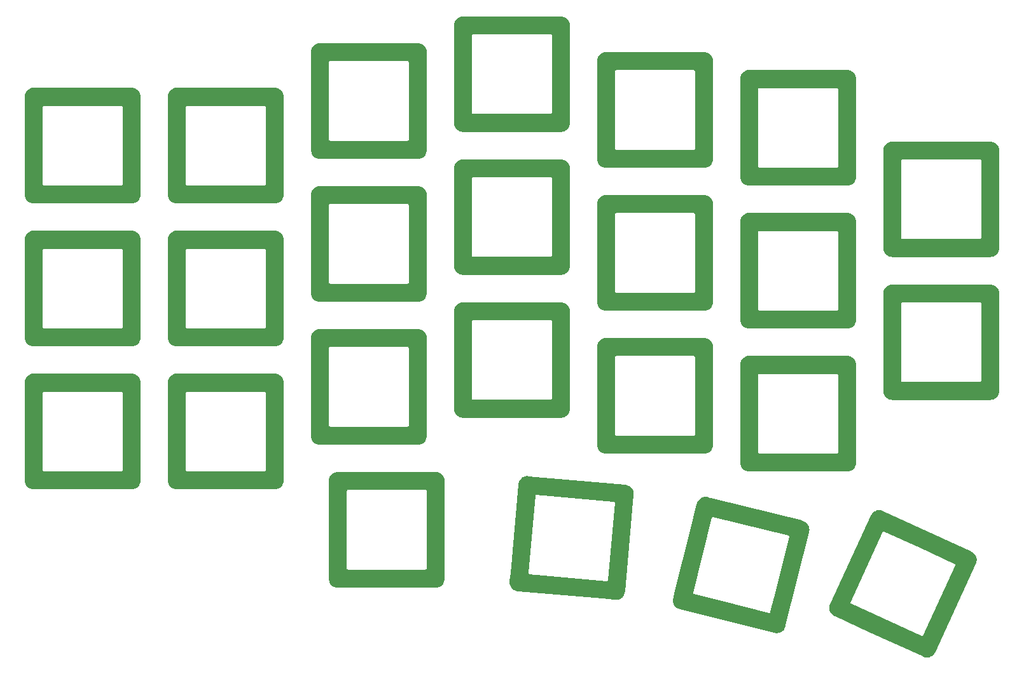
<source format=gbs>
G04 #@! TF.GenerationSoftware,KiCad,Pcbnew,(5.1.4)-1*
G04 #@! TF.CreationDate,2020-07-05T23:15:41+09:00*
G04 #@! TF.ProjectId,pcb-plate,7063622d-706c-4617-9465-2e6b69636164,rev?*
G04 #@! TF.SameCoordinates,PX2faf080PY2faf080*
G04 #@! TF.FileFunction,Soldermask,Bot*
G04 #@! TF.FilePolarity,Negative*
%FSLAX46Y46*%
G04 Gerber Fmt 4.6, Leading zero omitted, Abs format (unit mm)*
G04 Created by KiCad (PCBNEW (5.1.4)-1) date 2020-07-05 23:15:41*
%MOMM*%
%LPD*%
G04 APERTURE LIST*
%ADD10C,0.100000*%
G04 APERTURE END LIST*
D10*
G36*
X115661363Y-67640672D02*
G01*
X115817482Y-67662127D01*
X115950455Y-67708109D01*
X115984899Y-67720019D01*
X115984901Y-67720020D01*
X116040883Y-67739378D01*
X116086719Y-67766189D01*
X116097586Y-67771849D01*
X127789936Y-73149729D01*
X127801309Y-73154297D01*
X127851489Y-73171649D01*
X127897313Y-73198453D01*
X127897318Y-73198457D01*
X127902613Y-73201554D01*
X127902619Y-73201557D01*
X128055525Y-73290998D01*
X128055528Y-73291000D01*
X128055527Y-73291000D01*
X128232358Y-73447859D01*
X128375190Y-73636203D01*
X128412102Y-73712137D01*
X128478534Y-73848796D01*
X128508475Y-73963130D01*
X128538417Y-74077463D01*
X128538417Y-74077465D01*
X128552539Y-74313422D01*
X128520357Y-74547600D01*
X128490275Y-74634592D01*
X128462465Y-74715018D01*
X128462463Y-74715023D01*
X128443106Y-74771001D01*
X128416297Y-74816833D01*
X128410639Y-74827695D01*
X124818984Y-82636513D01*
X123032759Y-86520045D01*
X123028187Y-86531427D01*
X123010835Y-86581607D01*
X122984031Y-86627431D01*
X122984027Y-86627436D01*
X122891486Y-86785643D01*
X122891484Y-86785645D01*
X122734624Y-86962476D01*
X122546280Y-87105308D01*
X122475415Y-87139756D01*
X122333687Y-87208652D01*
X122219353Y-87238593D01*
X122105021Y-87268535D01*
X121869060Y-87282657D01*
X121634881Y-87250474D01*
X121504336Y-87205332D01*
X121467466Y-87192583D01*
X121467464Y-87192582D01*
X121461677Y-87190581D01*
X121461667Y-87190577D01*
X121411484Y-87173224D01*
X121411481Y-87173222D01*
X121411480Y-87173222D01*
X121365656Y-87146418D01*
X121354791Y-87140758D01*
X114196522Y-83848322D01*
X109662432Y-81762874D01*
X109651050Y-81758302D01*
X109600880Y-81740953D01*
X109600878Y-81740952D01*
X109555050Y-81714146D01*
X109555041Y-81714141D01*
X109396839Y-81621602D01*
X109220008Y-81464742D01*
X109077176Y-81276398D01*
X109025504Y-81170100D01*
X108973832Y-81063805D01*
X108949879Y-80972337D01*
X108913949Y-80835139D01*
X108899827Y-80599179D01*
X108932009Y-80365004D01*
X108957671Y-80290793D01*
X108989901Y-80197585D01*
X108989903Y-80197581D01*
X109009260Y-80141602D01*
X109028369Y-80108933D01*
X109036068Y-80095770D01*
X109041730Y-80084900D01*
X109085116Y-79990572D01*
X111737282Y-79990572D01*
X111738746Y-80015032D01*
X111744954Y-80038737D01*
X111755667Y-80060775D01*
X111770474Y-80080299D01*
X111788805Y-80096560D01*
X111809945Y-80108927D01*
X121213029Y-84433862D01*
X121236178Y-84441866D01*
X121260454Y-84445202D01*
X121284914Y-84443738D01*
X121308619Y-84437530D01*
X121330657Y-84426817D01*
X121350181Y-84412010D01*
X121366442Y-84393679D01*
X121378809Y-84372539D01*
X125703745Y-74969452D01*
X125711748Y-74946307D01*
X125715084Y-74922031D01*
X125713620Y-74897571D01*
X125707412Y-74873866D01*
X125696699Y-74851828D01*
X125681892Y-74832304D01*
X125663561Y-74816043D01*
X125642415Y-74803673D01*
X120940879Y-72641208D01*
X116239347Y-70478745D01*
X116216188Y-70470737D01*
X116191912Y-70467401D01*
X116167452Y-70468865D01*
X116143747Y-70475073D01*
X116121709Y-70485786D01*
X116102185Y-70500593D01*
X116085924Y-70518924D01*
X116073557Y-70540065D01*
X111792390Y-79847988D01*
X111748626Y-79943137D01*
X111740618Y-79966296D01*
X111737282Y-79990572D01*
X109085116Y-79990572D01*
X114419612Y-68392545D01*
X114424182Y-68381168D01*
X114441531Y-68330998D01*
X114468336Y-68285173D01*
X114468343Y-68285159D01*
X114471436Y-68279870D01*
X114471439Y-68279865D01*
X114560880Y-68126959D01*
X114577650Y-68108054D01*
X114717741Y-67950126D01*
X114906085Y-67807294D01*
X115012382Y-67755622D01*
X115118678Y-67703950D01*
X115278379Y-67662128D01*
X115347345Y-67644067D01*
X115504652Y-67634652D01*
X115583304Y-67629945D01*
X115583305Y-67629945D01*
X115661363Y-67640672D01*
X115661363Y-67640672D01*
G37*
G36*
X92549004Y-65858499D02*
G01*
X92676704Y-65877299D01*
X92676708Y-65877300D01*
X92694037Y-65879851D01*
X92735309Y-65885927D01*
X92785321Y-65903760D01*
X92797060Y-65907307D01*
X93516249Y-66086621D01*
X105284605Y-69020800D01*
X105296639Y-69023180D01*
X105316267Y-69026070D01*
X105349151Y-69030911D01*
X105395016Y-69047265D01*
X105399146Y-69048738D01*
X105399176Y-69048747D01*
X105571800Y-69110301D01*
X105580209Y-69115329D01*
X105774681Y-69231603D01*
X105950000Y-69390154D01*
X105950001Y-69390155D01*
X106091019Y-69579864D01*
X106141610Y-69686529D01*
X106192316Y-69793435D01*
X106250001Y-70022668D01*
X106261858Y-70258755D01*
X106238737Y-70415801D01*
X106232416Y-70458732D01*
X106227429Y-70492609D01*
X106209597Y-70542617D01*
X106206053Y-70554348D01*
X103104755Y-82992972D01*
X103092559Y-83041888D01*
X103090179Y-83053922D01*
X103082445Y-83106455D01*
X103064613Y-83156462D01*
X103064612Y-83156464D01*
X103003054Y-83329103D01*
X102881753Y-83531982D01*
X102723199Y-83707304D01*
X102533491Y-83848322D01*
X102319921Y-83949618D01*
X102090688Y-84007303D01*
X101972645Y-84013232D01*
X101854605Y-84019160D01*
X101854603Y-84019160D01*
X101833775Y-84016094D01*
X101679349Y-83993359D01*
X101679344Y-83993358D01*
X101620747Y-83984731D01*
X101570730Y-83966896D01*
X101559010Y-83963355D01*
X89071454Y-80849858D01*
X89059436Y-80847481D01*
X89006904Y-80839748D01*
X88852907Y-80784836D01*
X88784254Y-80760356D01*
X88784252Y-80760355D01*
X88581374Y-80639055D01*
X88406052Y-80480501D01*
X88265034Y-80290793D01*
X88163738Y-80077223D01*
X88106053Y-79847990D01*
X88094196Y-79611905D01*
X88100320Y-79570310D01*
X88103945Y-79545688D01*
X88119997Y-79436652D01*
X88119998Y-79436648D01*
X88128625Y-79378049D01*
X88146459Y-79328034D01*
X88150003Y-79316303D01*
X88303996Y-78698668D01*
X90779944Y-78698668D01*
X90781173Y-78723141D01*
X90787153Y-78746904D01*
X90797654Y-78769044D01*
X90812272Y-78788710D01*
X90830447Y-78805146D01*
X90851478Y-78817721D01*
X90874552Y-78825949D01*
X94973738Y-79847990D01*
X100917123Y-81329841D01*
X100941366Y-81333410D01*
X100965839Y-81332181D01*
X100989602Y-81326201D01*
X101011742Y-81315700D01*
X101031408Y-81301082D01*
X101047844Y-81282907D01*
X101060419Y-81261876D01*
X101068649Y-81238795D01*
X101159559Y-80874176D01*
X101638385Y-78953706D01*
X103572539Y-71196233D01*
X103576108Y-71171990D01*
X103574879Y-71147517D01*
X103568899Y-71123754D01*
X103558398Y-71101614D01*
X103543780Y-71081948D01*
X103525605Y-71065512D01*
X103504574Y-71052937D01*
X103481496Y-71044708D01*
X93438927Y-68540814D01*
X93414688Y-68537246D01*
X93390215Y-68538475D01*
X93366452Y-68544455D01*
X93344312Y-68554956D01*
X93324646Y-68569574D01*
X93308210Y-68587749D01*
X93295635Y-68608780D01*
X93287408Y-68631853D01*
X90793048Y-78636182D01*
X90783513Y-78674425D01*
X90779944Y-78698668D01*
X88303996Y-78698668D01*
X90467166Y-70022668D01*
X91263498Y-66828753D01*
X91265878Y-66816718D01*
X91273608Y-66764206D01*
X91291437Y-66714207D01*
X91291444Y-66714183D01*
X91352999Y-66541556D01*
X91416781Y-66434880D01*
X91474301Y-66338675D01*
X91632852Y-66163356D01*
X91822560Y-66022338D01*
X91942779Y-65965318D01*
X92036133Y-65921040D01*
X92265366Y-65863355D01*
X92344061Y-65859403D01*
X92501449Y-65851498D01*
X92501451Y-65851498D01*
X92549004Y-65858499D01*
X92549004Y-65858499D01*
G37*
G36*
X68881247Y-63099752D02*
G01*
X68893381Y-63101438D01*
X81712258Y-64245492D01*
X81724504Y-64245982D01*
X81777601Y-64245495D01*
X81829777Y-64255377D01*
X81829802Y-64255381D01*
X82009851Y-64289484D01*
X82229056Y-64377937D01*
X82426794Y-64507456D01*
X82595464Y-64673062D01*
X82595465Y-64673064D01*
X82728584Y-64868391D01*
X82815062Y-65071874D01*
X82821040Y-65085941D01*
X82869278Y-65317346D01*
X82871444Y-65553716D01*
X82861560Y-65605902D01*
X82859875Y-65618029D01*
X81715821Y-78436907D01*
X81715331Y-78449153D01*
X81715818Y-78502250D01*
X81705936Y-78554426D01*
X81705932Y-78554451D01*
X81671829Y-78734500D01*
X81583375Y-78953706D01*
X81570610Y-78973194D01*
X81453857Y-79151443D01*
X81371798Y-79235019D01*
X81288250Y-79320113D01*
X81276627Y-79328034D01*
X81092921Y-79453233D01*
X80875374Y-79545688D01*
X80875373Y-79545688D01*
X80875371Y-79545689D01*
X80643966Y-79593927D01*
X80407597Y-79596093D01*
X80407594Y-79596093D01*
X80355426Y-79586212D01*
X80343280Y-79584524D01*
X78686413Y-79436652D01*
X67524414Y-78440471D01*
X67512157Y-78439981D01*
X67460822Y-78440451D01*
X67459063Y-78440467D01*
X67459061Y-78440467D01*
X67226813Y-78396478D01*
X67210915Y-78390063D01*
X67007607Y-78308024D01*
X66929349Y-78256764D01*
X66809870Y-78178506D01*
X66726294Y-78096447D01*
X66641200Y-78012899D01*
X66584371Y-77929512D01*
X66508080Y-77817570D01*
X66415625Y-77600023D01*
X66415624Y-77600020D01*
X66367386Y-77368615D01*
X66365763Y-77191479D01*
X66365220Y-77132246D01*
X66365220Y-77132243D01*
X66375101Y-77080075D01*
X66376790Y-77067925D01*
X66469747Y-76026355D01*
X68879286Y-76026355D01*
X68879510Y-76050858D01*
X68884511Y-76074847D01*
X68894095Y-76097399D01*
X68907895Y-76117648D01*
X68925380Y-76134815D01*
X68945878Y-76148242D01*
X68968602Y-76157411D01*
X68992678Y-76161971D01*
X79301706Y-77082027D01*
X79326209Y-77081803D01*
X79350198Y-77076802D01*
X79372750Y-77067218D01*
X79392999Y-77053418D01*
X79410166Y-77035933D01*
X79423593Y-77015435D01*
X79432762Y-76992711D01*
X79437322Y-76968635D01*
X80357378Y-66659607D01*
X80357154Y-66635104D01*
X80352153Y-66611115D01*
X80342569Y-66588563D01*
X80328769Y-66568314D01*
X80311284Y-66551147D01*
X80290786Y-66537720D01*
X80268062Y-66528551D01*
X80243986Y-66523991D01*
X69934958Y-65603935D01*
X69910455Y-65604159D01*
X69886466Y-65609160D01*
X69863914Y-65618744D01*
X69843665Y-65632544D01*
X69826498Y-65650029D01*
X69813071Y-65670527D01*
X69803902Y-65693251D01*
X69799342Y-65717327D01*
X68879286Y-76026355D01*
X66469747Y-76026355D01*
X67520842Y-64249063D01*
X67521332Y-64236806D01*
X67520846Y-64183710D01*
X67564835Y-63951462D01*
X67573368Y-63930316D01*
X67626068Y-63799714D01*
X67653288Y-63732257D01*
X67782807Y-63534519D01*
X67948413Y-63365849D01*
X67989496Y-63337850D01*
X68143742Y-63232729D01*
X68361289Y-63140274D01*
X68361290Y-63140274D01*
X68361292Y-63140273D01*
X68592697Y-63092035D01*
X68829067Y-63089869D01*
X68881247Y-63099752D01*
X68881247Y-63099752D01*
G37*
G36*
X56559089Y-62546273D02*
G01*
X56629610Y-62553219D01*
X56741491Y-62564238D01*
X56967692Y-62632856D01*
X56967695Y-62632857D01*
X57176160Y-62744283D01*
X57358884Y-62894241D01*
X57508842Y-63076965D01*
X57620268Y-63285430D01*
X57620269Y-63285433D01*
X57688887Y-63511634D01*
X57702515Y-63650000D01*
X57712056Y-63746875D01*
X57706852Y-63799714D01*
X57706250Y-63811966D01*
X57706250Y-76681784D01*
X57706852Y-76694036D01*
X57712056Y-76746875D01*
X57706250Y-76805825D01*
X57688887Y-76982116D01*
X57660164Y-77076802D01*
X57620268Y-77208320D01*
X57508842Y-77416785D01*
X57358884Y-77599509D01*
X57176160Y-77749467D01*
X56967695Y-77860893D01*
X56967692Y-77860894D01*
X56741491Y-77929512D01*
X56634454Y-77940054D01*
X56559089Y-77947477D01*
X56506250Y-77952681D01*
X56453411Y-77947477D01*
X56441159Y-77946875D01*
X43571341Y-77946875D01*
X43559089Y-77947477D01*
X43506250Y-77952681D01*
X43453411Y-77947477D01*
X43382890Y-77940531D01*
X43271009Y-77929512D01*
X43044808Y-77860894D01*
X43044805Y-77860893D01*
X42836340Y-77749467D01*
X42653616Y-77599509D01*
X42503658Y-77416785D01*
X42392232Y-77208320D01*
X42352336Y-77076802D01*
X42323613Y-76982116D01*
X42300444Y-76746875D01*
X42305649Y-76694026D01*
X42306251Y-76681774D01*
X42306251Y-65071874D01*
X44706250Y-65071874D01*
X44706250Y-75421876D01*
X44708652Y-75446262D01*
X44715765Y-75469711D01*
X44727316Y-75491322D01*
X44742861Y-75510264D01*
X44761803Y-75525809D01*
X44783414Y-75537360D01*
X44806863Y-75544473D01*
X44831249Y-75546875D01*
X55181252Y-75546875D01*
X55205638Y-75544473D01*
X55229087Y-75537360D01*
X55250698Y-75525809D01*
X55269640Y-75510264D01*
X55285185Y-75491322D01*
X55296736Y-75469711D01*
X55303849Y-75446262D01*
X55306251Y-75421876D01*
X55306250Y-65071874D01*
X55303848Y-65047488D01*
X55296735Y-65024039D01*
X55285184Y-65002428D01*
X55269639Y-64983486D01*
X55250697Y-64967941D01*
X55229086Y-64956390D01*
X55205637Y-64949277D01*
X55181251Y-64946875D01*
X44831249Y-64946875D01*
X44806863Y-64949277D01*
X44783414Y-64956390D01*
X44761803Y-64967941D01*
X44742861Y-64983486D01*
X44727316Y-65002428D01*
X44715765Y-65024039D01*
X44708652Y-65047488D01*
X44706250Y-65071874D01*
X42306251Y-65071874D01*
X42306250Y-63811966D01*
X42305648Y-63799714D01*
X42300444Y-63746875D01*
X42309985Y-63650000D01*
X42323613Y-63511634D01*
X42392231Y-63285433D01*
X42392232Y-63285430D01*
X42503658Y-63076965D01*
X42653616Y-62894241D01*
X42836340Y-62744283D01*
X43044805Y-62632857D01*
X43044808Y-62632856D01*
X43271009Y-62564238D01*
X43382890Y-62553219D01*
X43453411Y-62546273D01*
X43506250Y-62541069D01*
X43559089Y-62546273D01*
X43571341Y-62546875D01*
X56441159Y-62546875D01*
X56453411Y-62546273D01*
X56506250Y-62541069D01*
X56559089Y-62546273D01*
X56559089Y-62546273D01*
G37*
G36*
X16077839Y-49449398D02*
G01*
X16098033Y-49451387D01*
X16260241Y-49467363D01*
X16447945Y-49524303D01*
X16486445Y-49535982D01*
X16694910Y-49647408D01*
X16877634Y-49797366D01*
X17027592Y-49980090D01*
X17139018Y-50188555D01*
X17139019Y-50188558D01*
X17207637Y-50414759D01*
X17219404Y-50534235D01*
X17230806Y-50650000D01*
X17225602Y-50702839D01*
X17225000Y-50715091D01*
X17225000Y-63584909D01*
X17225602Y-63597161D01*
X17230806Y-63650000D01*
X17225000Y-63708950D01*
X17207637Y-63885241D01*
X17178250Y-63982116D01*
X17139018Y-64111445D01*
X17027592Y-64319910D01*
X16877634Y-64502634D01*
X16694910Y-64652592D01*
X16486445Y-64764018D01*
X16486442Y-64764019D01*
X16260241Y-64832637D01*
X16153204Y-64843179D01*
X16077839Y-64850602D01*
X16025000Y-64855806D01*
X15972161Y-64850602D01*
X15959909Y-64850000D01*
X3090091Y-64850000D01*
X3077839Y-64850602D01*
X3025000Y-64855806D01*
X2972161Y-64850602D01*
X2901640Y-64843656D01*
X2789759Y-64832637D01*
X2563558Y-64764019D01*
X2563555Y-64764018D01*
X2355090Y-64652592D01*
X2172366Y-64502634D01*
X2022408Y-64319910D01*
X1910982Y-64111445D01*
X1871750Y-63982116D01*
X1842363Y-63885241D01*
X1819194Y-63650000D01*
X1824399Y-63597151D01*
X1825001Y-63584899D01*
X1825001Y-51974999D01*
X4225000Y-51974999D01*
X4225000Y-62325001D01*
X4227402Y-62349387D01*
X4234515Y-62372836D01*
X4246066Y-62394447D01*
X4261611Y-62413389D01*
X4280553Y-62428934D01*
X4302164Y-62440485D01*
X4325613Y-62447598D01*
X4349999Y-62450000D01*
X14700002Y-62450000D01*
X14724388Y-62447598D01*
X14747837Y-62440485D01*
X14769448Y-62428934D01*
X14788390Y-62413389D01*
X14803935Y-62394447D01*
X14815486Y-62372836D01*
X14822599Y-62349387D01*
X14825001Y-62325001D01*
X14825000Y-51974999D01*
X14822598Y-51950613D01*
X14815485Y-51927164D01*
X14803934Y-51905553D01*
X14788389Y-51886611D01*
X14769447Y-51871066D01*
X14747836Y-51859515D01*
X14724387Y-51852402D01*
X14700001Y-51850000D01*
X4349999Y-51850000D01*
X4325613Y-51852402D01*
X4302164Y-51859515D01*
X4280553Y-51871066D01*
X4261611Y-51886611D01*
X4246066Y-51905553D01*
X4234515Y-51927164D01*
X4227402Y-51950613D01*
X4225000Y-51974999D01*
X1825001Y-51974999D01*
X1825000Y-50715091D01*
X1824398Y-50702839D01*
X1819194Y-50650000D01*
X1830596Y-50534235D01*
X1842363Y-50414759D01*
X1910981Y-50188558D01*
X1910982Y-50188555D01*
X2022408Y-49980090D01*
X2172366Y-49797366D01*
X2355090Y-49647408D01*
X2563555Y-49535982D01*
X2602055Y-49524303D01*
X2789759Y-49467363D01*
X2951967Y-49451387D01*
X2972161Y-49449398D01*
X3025000Y-49444194D01*
X3077839Y-49449398D01*
X3090091Y-49450000D01*
X15959909Y-49450000D01*
X15972161Y-49449398D01*
X16025000Y-49444194D01*
X16077839Y-49449398D01*
X16077839Y-49449398D01*
G37*
G36*
X35127839Y-49449398D02*
G01*
X35148033Y-49451387D01*
X35310241Y-49467363D01*
X35497945Y-49524303D01*
X35536445Y-49535982D01*
X35744910Y-49647408D01*
X35927634Y-49797366D01*
X36077592Y-49980090D01*
X36189018Y-50188555D01*
X36189019Y-50188558D01*
X36257637Y-50414759D01*
X36269404Y-50534235D01*
X36280806Y-50650000D01*
X36275602Y-50702839D01*
X36275000Y-50715091D01*
X36275000Y-63584909D01*
X36275602Y-63597161D01*
X36280806Y-63650000D01*
X36275000Y-63708950D01*
X36257637Y-63885241D01*
X36228250Y-63982116D01*
X36189018Y-64111445D01*
X36077592Y-64319910D01*
X35927634Y-64502634D01*
X35744910Y-64652592D01*
X35536445Y-64764018D01*
X35536442Y-64764019D01*
X35310241Y-64832637D01*
X35203204Y-64843179D01*
X35127839Y-64850602D01*
X35075000Y-64855806D01*
X35022161Y-64850602D01*
X35009909Y-64850000D01*
X22140091Y-64850000D01*
X22127839Y-64850602D01*
X22075000Y-64855806D01*
X22022161Y-64850602D01*
X21951640Y-64843656D01*
X21839759Y-64832637D01*
X21613558Y-64764019D01*
X21613555Y-64764018D01*
X21405090Y-64652592D01*
X21222366Y-64502634D01*
X21072408Y-64319910D01*
X20960982Y-64111445D01*
X20921750Y-63982116D01*
X20892363Y-63885241D01*
X20869194Y-63650000D01*
X20874399Y-63597151D01*
X20875001Y-63584899D01*
X20875001Y-51974999D01*
X23275000Y-51974999D01*
X23275000Y-62325001D01*
X23277402Y-62349387D01*
X23284515Y-62372836D01*
X23296066Y-62394447D01*
X23311611Y-62413389D01*
X23330553Y-62428934D01*
X23352164Y-62440485D01*
X23375613Y-62447598D01*
X23399999Y-62450000D01*
X33750002Y-62450000D01*
X33774388Y-62447598D01*
X33797837Y-62440485D01*
X33819448Y-62428934D01*
X33838390Y-62413389D01*
X33853935Y-62394447D01*
X33865486Y-62372836D01*
X33872599Y-62349387D01*
X33875001Y-62325001D01*
X33875000Y-51974999D01*
X33872598Y-51950613D01*
X33865485Y-51927164D01*
X33853934Y-51905553D01*
X33838389Y-51886611D01*
X33819447Y-51871066D01*
X33797836Y-51859515D01*
X33774387Y-51852402D01*
X33750001Y-51850000D01*
X23399999Y-51850000D01*
X23375613Y-51852402D01*
X23352164Y-51859515D01*
X23330553Y-51871066D01*
X23311611Y-51886611D01*
X23296066Y-51905553D01*
X23284515Y-51927164D01*
X23277402Y-51950613D01*
X23275000Y-51974999D01*
X20875001Y-51974999D01*
X20875000Y-50715091D01*
X20874398Y-50702839D01*
X20869194Y-50650000D01*
X20880596Y-50534235D01*
X20892363Y-50414759D01*
X20960981Y-50188558D01*
X20960982Y-50188555D01*
X21072408Y-49980090D01*
X21222366Y-49797366D01*
X21405090Y-49647408D01*
X21613555Y-49535982D01*
X21652055Y-49524303D01*
X21839759Y-49467363D01*
X22001967Y-49451387D01*
X22022161Y-49449398D01*
X22075000Y-49444194D01*
X22127839Y-49449398D01*
X22140091Y-49450000D01*
X35009909Y-49450000D01*
X35022161Y-49449398D01*
X35075000Y-49444194D01*
X35127839Y-49449398D01*
X35127839Y-49449398D01*
G37*
G36*
X111327839Y-47068148D02*
G01*
X111348033Y-47070137D01*
X111510241Y-47086113D01*
X111697945Y-47143053D01*
X111736445Y-47154732D01*
X111944910Y-47266158D01*
X112127634Y-47416116D01*
X112277592Y-47598840D01*
X112389018Y-47807305D01*
X112389019Y-47807308D01*
X112457637Y-48033509D01*
X112457637Y-48033511D01*
X112480806Y-48268750D01*
X112475602Y-48321589D01*
X112475000Y-48333841D01*
X112475000Y-61203659D01*
X112475602Y-61215911D01*
X112480806Y-61268750D01*
X112457637Y-61503991D01*
X112389019Y-61730192D01*
X112389018Y-61730195D01*
X112277592Y-61938660D01*
X112127634Y-62121384D01*
X111944910Y-62271342D01*
X111736445Y-62382768D01*
X111736442Y-62382769D01*
X111510241Y-62451387D01*
X111398360Y-62462406D01*
X111327839Y-62469352D01*
X111275000Y-62474556D01*
X111222161Y-62469352D01*
X111209909Y-62468750D01*
X98340091Y-62468750D01*
X98327839Y-62469352D01*
X98275000Y-62474556D01*
X98222161Y-62469352D01*
X98151640Y-62462406D01*
X98039759Y-62451387D01*
X97813558Y-62382769D01*
X97813555Y-62382768D01*
X97605090Y-62271342D01*
X97422366Y-62121384D01*
X97272408Y-61938660D01*
X97160982Y-61730195D01*
X97160981Y-61730192D01*
X97092363Y-61503991D01*
X97069194Y-61268750D01*
X97074399Y-61215901D01*
X97075001Y-61203649D01*
X97075001Y-49593749D01*
X99475000Y-49593749D01*
X99475000Y-59943751D01*
X99477402Y-59968137D01*
X99484515Y-59991586D01*
X99496066Y-60013197D01*
X99511611Y-60032139D01*
X99530553Y-60047684D01*
X99552164Y-60059235D01*
X99575613Y-60066348D01*
X99599999Y-60068750D01*
X109950002Y-60068750D01*
X109974388Y-60066348D01*
X109997837Y-60059235D01*
X110019448Y-60047684D01*
X110038390Y-60032139D01*
X110053935Y-60013197D01*
X110065486Y-59991586D01*
X110072599Y-59968137D01*
X110075001Y-59943751D01*
X110075000Y-49593749D01*
X110072598Y-49569363D01*
X110065485Y-49545914D01*
X110053934Y-49524303D01*
X110038389Y-49505361D01*
X110019447Y-49489816D01*
X109997836Y-49478265D01*
X109974387Y-49471152D01*
X109950001Y-49468750D01*
X99599999Y-49468750D01*
X99575613Y-49471152D01*
X99552164Y-49478265D01*
X99530553Y-49489816D01*
X99511611Y-49505361D01*
X99496066Y-49524303D01*
X99484515Y-49545914D01*
X99477402Y-49569363D01*
X99475000Y-49593749D01*
X97075001Y-49593749D01*
X97075000Y-48333841D01*
X97074398Y-48321589D01*
X97069194Y-48268750D01*
X97092363Y-48033511D01*
X97092363Y-48033509D01*
X97160981Y-47807308D01*
X97160982Y-47807305D01*
X97272408Y-47598840D01*
X97422366Y-47416116D01*
X97605090Y-47266158D01*
X97813555Y-47154732D01*
X97852055Y-47143053D01*
X98039759Y-47086113D01*
X98201967Y-47070137D01*
X98222161Y-47068148D01*
X98275000Y-47062944D01*
X98327839Y-47068148D01*
X98340091Y-47068750D01*
X111209909Y-47068750D01*
X111222161Y-47068148D01*
X111275000Y-47062944D01*
X111327839Y-47068148D01*
X111327839Y-47068148D01*
G37*
G36*
X92277839Y-44686898D02*
G01*
X92348360Y-44693844D01*
X92460241Y-44704863D01*
X92686442Y-44773481D01*
X92686445Y-44773482D01*
X92894910Y-44884908D01*
X93077634Y-45034866D01*
X93227592Y-45217590D01*
X93339018Y-45426055D01*
X93339019Y-45426058D01*
X93407637Y-45652259D01*
X93407637Y-45652261D01*
X93430806Y-45887500D01*
X93425602Y-45940339D01*
X93425000Y-45952591D01*
X93425000Y-58822409D01*
X93425602Y-58834661D01*
X93430806Y-58887500D01*
X93407637Y-59122741D01*
X93339019Y-59348942D01*
X93339018Y-59348945D01*
X93227592Y-59557410D01*
X93077634Y-59740134D01*
X92894910Y-59890092D01*
X92686445Y-60001518D01*
X92686442Y-60001519D01*
X92460241Y-60070137D01*
X92348360Y-60081156D01*
X92277839Y-60088102D01*
X92225000Y-60093306D01*
X92172161Y-60088102D01*
X92159909Y-60087500D01*
X79290091Y-60087500D01*
X79277839Y-60088102D01*
X79225000Y-60093306D01*
X79172161Y-60088102D01*
X79101640Y-60081156D01*
X78989759Y-60070137D01*
X78763558Y-60001519D01*
X78763555Y-60001518D01*
X78555090Y-59890092D01*
X78372366Y-59740134D01*
X78222408Y-59557410D01*
X78110982Y-59348945D01*
X78110981Y-59348942D01*
X78042363Y-59122741D01*
X78019194Y-58887500D01*
X78024399Y-58834651D01*
X78025001Y-58822399D01*
X78025001Y-47212499D01*
X80425000Y-47212499D01*
X80425000Y-57562501D01*
X80427402Y-57586887D01*
X80434515Y-57610336D01*
X80446066Y-57631947D01*
X80461611Y-57650889D01*
X80480553Y-57666434D01*
X80502164Y-57677985D01*
X80525613Y-57685098D01*
X80549999Y-57687500D01*
X90900002Y-57687500D01*
X90924388Y-57685098D01*
X90947837Y-57677985D01*
X90969448Y-57666434D01*
X90988390Y-57650889D01*
X91003935Y-57631947D01*
X91015486Y-57610336D01*
X91022599Y-57586887D01*
X91025001Y-57562501D01*
X91025000Y-47212499D01*
X91022598Y-47188113D01*
X91015485Y-47164664D01*
X91003934Y-47143053D01*
X90988389Y-47124111D01*
X90969447Y-47108566D01*
X90947836Y-47097015D01*
X90924387Y-47089902D01*
X90900001Y-47087500D01*
X80549999Y-47087500D01*
X80525613Y-47089902D01*
X80502164Y-47097015D01*
X80480553Y-47108566D01*
X80461611Y-47124111D01*
X80446066Y-47143053D01*
X80434515Y-47164664D01*
X80427402Y-47188113D01*
X80425000Y-47212499D01*
X78025001Y-47212499D01*
X78025000Y-45952591D01*
X78024398Y-45940339D01*
X78019194Y-45887500D01*
X78042363Y-45652261D01*
X78042363Y-45652259D01*
X78110981Y-45426058D01*
X78110982Y-45426055D01*
X78222408Y-45217590D01*
X78372366Y-45034866D01*
X78555090Y-44884908D01*
X78763555Y-44773482D01*
X78763558Y-44773481D01*
X78989759Y-44704863D01*
X79101640Y-44693844D01*
X79172161Y-44686898D01*
X79225000Y-44681694D01*
X79277839Y-44686898D01*
X79290091Y-44687500D01*
X92159909Y-44687500D01*
X92172161Y-44686898D01*
X92225000Y-44681694D01*
X92277839Y-44686898D01*
X92277839Y-44686898D01*
G37*
G36*
X54177839Y-43496273D02*
G01*
X54248360Y-43503219D01*
X54360241Y-43514238D01*
X54586442Y-43582856D01*
X54586445Y-43582857D01*
X54794910Y-43694283D01*
X54977634Y-43844241D01*
X55127592Y-44026965D01*
X55239018Y-44235430D01*
X55239019Y-44235433D01*
X55307637Y-44461634D01*
X55321265Y-44600000D01*
X55330806Y-44696875D01*
X55325602Y-44749714D01*
X55325000Y-44761966D01*
X55325000Y-57631784D01*
X55325602Y-57644036D01*
X55330806Y-57696875D01*
X55325000Y-57755825D01*
X55307637Y-57932116D01*
X55239019Y-58158317D01*
X55239018Y-58158320D01*
X55127592Y-58366785D01*
X54977634Y-58549509D01*
X54794910Y-58699467D01*
X54586445Y-58810893D01*
X54586442Y-58810894D01*
X54360241Y-58879512D01*
X54253204Y-58890054D01*
X54177839Y-58897477D01*
X54125000Y-58902681D01*
X54072161Y-58897477D01*
X54059909Y-58896875D01*
X41190091Y-58896875D01*
X41177839Y-58897477D01*
X41125000Y-58902681D01*
X41072161Y-58897477D01*
X41001640Y-58890531D01*
X40889759Y-58879512D01*
X40663558Y-58810894D01*
X40663555Y-58810893D01*
X40455090Y-58699467D01*
X40272366Y-58549509D01*
X40122408Y-58366785D01*
X40010982Y-58158320D01*
X40010981Y-58158317D01*
X39942363Y-57932116D01*
X39919194Y-57696875D01*
X39924399Y-57644026D01*
X39925001Y-57631774D01*
X39925001Y-46021874D01*
X42325000Y-46021874D01*
X42325000Y-56371876D01*
X42327402Y-56396262D01*
X42334515Y-56419711D01*
X42346066Y-56441322D01*
X42361611Y-56460264D01*
X42380553Y-56475809D01*
X42402164Y-56487360D01*
X42425613Y-56494473D01*
X42449999Y-56496875D01*
X52800002Y-56496875D01*
X52824388Y-56494473D01*
X52847837Y-56487360D01*
X52869448Y-56475809D01*
X52888390Y-56460264D01*
X52903935Y-56441322D01*
X52915486Y-56419711D01*
X52922599Y-56396262D01*
X52925001Y-56371876D01*
X52925000Y-46021874D01*
X52922598Y-45997488D01*
X52915485Y-45974039D01*
X52903934Y-45952428D01*
X52888389Y-45933486D01*
X52869447Y-45917941D01*
X52847836Y-45906390D01*
X52824387Y-45899277D01*
X52800001Y-45896875D01*
X42449999Y-45896875D01*
X42425613Y-45899277D01*
X42402164Y-45906390D01*
X42380553Y-45917941D01*
X42361611Y-45933486D01*
X42346066Y-45952428D01*
X42334515Y-45974039D01*
X42327402Y-45997488D01*
X42325000Y-46021874D01*
X39925001Y-46021874D01*
X39925000Y-44761966D01*
X39924398Y-44749714D01*
X39919194Y-44696875D01*
X39928735Y-44600000D01*
X39942363Y-44461634D01*
X40010981Y-44235433D01*
X40010982Y-44235430D01*
X40122408Y-44026965D01*
X40272366Y-43844241D01*
X40455090Y-43694283D01*
X40663555Y-43582857D01*
X40663558Y-43582856D01*
X40889759Y-43514238D01*
X41001640Y-43503219D01*
X41072161Y-43496273D01*
X41125000Y-43491069D01*
X41177839Y-43496273D01*
X41190091Y-43496875D01*
X54059909Y-43496875D01*
X54072161Y-43496273D01*
X54125000Y-43491069D01*
X54177839Y-43496273D01*
X54177839Y-43496273D01*
G37*
G36*
X73227839Y-39924398D02*
G01*
X73248033Y-39926387D01*
X73410241Y-39942363D01*
X73597945Y-39999303D01*
X73636445Y-40010982D01*
X73844910Y-40122408D01*
X74027634Y-40272366D01*
X74177592Y-40455090D01*
X74289018Y-40663555D01*
X74289019Y-40663558D01*
X74357637Y-40889759D01*
X74369404Y-41009235D01*
X74380806Y-41125000D01*
X74375602Y-41177839D01*
X74375000Y-41190091D01*
X74375000Y-54059909D01*
X74375602Y-54072161D01*
X74380806Y-54125000D01*
X74375000Y-54183950D01*
X74357637Y-54360241D01*
X74289019Y-54586442D01*
X74289018Y-54586445D01*
X74177592Y-54794910D01*
X74027634Y-54977634D01*
X73844910Y-55127592D01*
X73636445Y-55239018D01*
X73636442Y-55239019D01*
X73410241Y-55307637D01*
X73303204Y-55318179D01*
X73227839Y-55325602D01*
X73175000Y-55330806D01*
X73122161Y-55325602D01*
X73109909Y-55325000D01*
X60240091Y-55325000D01*
X60227839Y-55325602D01*
X60175000Y-55330806D01*
X60122161Y-55325602D01*
X60051640Y-55318656D01*
X59939759Y-55307637D01*
X59713558Y-55239019D01*
X59713555Y-55239018D01*
X59505090Y-55127592D01*
X59322366Y-54977634D01*
X59172408Y-54794910D01*
X59060982Y-54586445D01*
X59060981Y-54586442D01*
X58992363Y-54360241D01*
X58969194Y-54125000D01*
X58974399Y-54072151D01*
X58975001Y-54059899D01*
X58975001Y-42449999D01*
X61375000Y-42449999D01*
X61375000Y-52800001D01*
X61377402Y-52824387D01*
X61384515Y-52847836D01*
X61396066Y-52869447D01*
X61411611Y-52888389D01*
X61430553Y-52903934D01*
X61452164Y-52915485D01*
X61475613Y-52922598D01*
X61499999Y-52925000D01*
X71850002Y-52925000D01*
X71874388Y-52922598D01*
X71897837Y-52915485D01*
X71919448Y-52903934D01*
X71938390Y-52888389D01*
X71953935Y-52869447D01*
X71965486Y-52847836D01*
X71972599Y-52824387D01*
X71975001Y-52800001D01*
X71975000Y-42449999D01*
X71972598Y-42425613D01*
X71965485Y-42402164D01*
X71953934Y-42380553D01*
X71938389Y-42361611D01*
X71919447Y-42346066D01*
X71897836Y-42334515D01*
X71874387Y-42327402D01*
X71850001Y-42325000D01*
X61499999Y-42325000D01*
X61475613Y-42327402D01*
X61452164Y-42334515D01*
X61430553Y-42346066D01*
X61411611Y-42361611D01*
X61396066Y-42380553D01*
X61384515Y-42402164D01*
X61377402Y-42425613D01*
X61375000Y-42449999D01*
X58975001Y-42449999D01*
X58975000Y-41190091D01*
X58974398Y-41177839D01*
X58969194Y-41125000D01*
X58980596Y-41009235D01*
X58992363Y-40889759D01*
X59060981Y-40663558D01*
X59060982Y-40663555D01*
X59172408Y-40455090D01*
X59322366Y-40272366D01*
X59505090Y-40122408D01*
X59713555Y-40010982D01*
X59752055Y-39999303D01*
X59939759Y-39942363D01*
X60101967Y-39926387D01*
X60122161Y-39924398D01*
X60175000Y-39919194D01*
X60227839Y-39924398D01*
X60240091Y-39925000D01*
X73109909Y-39925000D01*
X73122161Y-39924398D01*
X73175000Y-39919194D01*
X73227839Y-39924398D01*
X73227839Y-39924398D01*
G37*
G36*
X130377839Y-37543148D02*
G01*
X130448360Y-37550094D01*
X130560241Y-37561113D01*
X130786442Y-37629731D01*
X130786445Y-37629732D01*
X130994910Y-37741158D01*
X131177634Y-37891116D01*
X131327592Y-38073840D01*
X131439018Y-38282305D01*
X131439019Y-38282308D01*
X131507637Y-38508509D01*
X131519404Y-38627985D01*
X131530806Y-38743750D01*
X131525602Y-38796589D01*
X131525000Y-38808841D01*
X131525000Y-51678659D01*
X131525602Y-51690911D01*
X131530806Y-51743750D01*
X131507637Y-51978991D01*
X131439019Y-52205192D01*
X131439018Y-52205195D01*
X131327592Y-52413660D01*
X131177634Y-52596384D01*
X130994910Y-52746342D01*
X130786445Y-52857768D01*
X130786442Y-52857769D01*
X130560241Y-52926387D01*
X130448360Y-52937406D01*
X130377839Y-52944352D01*
X130325000Y-52949556D01*
X130272161Y-52944352D01*
X130259909Y-52943750D01*
X117390091Y-52943750D01*
X117377839Y-52944352D01*
X117325000Y-52949556D01*
X117272161Y-52944352D01*
X117201640Y-52937406D01*
X117089759Y-52926387D01*
X116863558Y-52857769D01*
X116863555Y-52857768D01*
X116655090Y-52746342D01*
X116472366Y-52596384D01*
X116322408Y-52413660D01*
X116210982Y-52205195D01*
X116210981Y-52205192D01*
X116142363Y-51978991D01*
X116119194Y-51743750D01*
X116124399Y-51690901D01*
X116125001Y-51678649D01*
X116125001Y-40068749D01*
X118525000Y-40068749D01*
X118525000Y-50418751D01*
X118527402Y-50443137D01*
X118534515Y-50466586D01*
X118546066Y-50488197D01*
X118561611Y-50507139D01*
X118580553Y-50522684D01*
X118602164Y-50534235D01*
X118625613Y-50541348D01*
X118649999Y-50543750D01*
X129000002Y-50543750D01*
X129024388Y-50541348D01*
X129047837Y-50534235D01*
X129069448Y-50522684D01*
X129088390Y-50507139D01*
X129103935Y-50488197D01*
X129115486Y-50466586D01*
X129122599Y-50443137D01*
X129125001Y-50418751D01*
X129125000Y-40068749D01*
X129122598Y-40044363D01*
X129115485Y-40020914D01*
X129103934Y-39999303D01*
X129088389Y-39980361D01*
X129069447Y-39964816D01*
X129047836Y-39953265D01*
X129024387Y-39946152D01*
X129000001Y-39943750D01*
X118649999Y-39943750D01*
X118625613Y-39946152D01*
X118602164Y-39953265D01*
X118580553Y-39964816D01*
X118561611Y-39980361D01*
X118546066Y-39999303D01*
X118534515Y-40020914D01*
X118527402Y-40044363D01*
X118525000Y-40068749D01*
X116125001Y-40068749D01*
X116125000Y-38808841D01*
X116124398Y-38796589D01*
X116119194Y-38743750D01*
X116130596Y-38627985D01*
X116142363Y-38508509D01*
X116210981Y-38282308D01*
X116210982Y-38282305D01*
X116322408Y-38073840D01*
X116472366Y-37891116D01*
X116655090Y-37741158D01*
X116863555Y-37629732D01*
X116863558Y-37629731D01*
X117089759Y-37561113D01*
X117201640Y-37550094D01*
X117272161Y-37543148D01*
X117325000Y-37537944D01*
X117377839Y-37543148D01*
X117390091Y-37543750D01*
X130259909Y-37543750D01*
X130272161Y-37543148D01*
X130325000Y-37537944D01*
X130377839Y-37543148D01*
X130377839Y-37543148D01*
G37*
G36*
X35127839Y-30399398D02*
G01*
X35148033Y-30401387D01*
X35310241Y-30417363D01*
X35497945Y-30474303D01*
X35536445Y-30485982D01*
X35744910Y-30597408D01*
X35927634Y-30747366D01*
X36077592Y-30930090D01*
X36189018Y-31138555D01*
X36189019Y-31138558D01*
X36257637Y-31364759D01*
X36269404Y-31484235D01*
X36280806Y-31600000D01*
X36275602Y-31652839D01*
X36275000Y-31665091D01*
X36275000Y-44534909D01*
X36275602Y-44547161D01*
X36280806Y-44600000D01*
X36275000Y-44658950D01*
X36257637Y-44835241D01*
X36242570Y-44884909D01*
X36189018Y-45061445D01*
X36077592Y-45269910D01*
X35927634Y-45452634D01*
X35744910Y-45602592D01*
X35536445Y-45714018D01*
X35536442Y-45714019D01*
X35310241Y-45782637D01*
X35203204Y-45793179D01*
X35127839Y-45800602D01*
X35075000Y-45805806D01*
X35022161Y-45800602D01*
X35009909Y-45800000D01*
X22140091Y-45800000D01*
X22127839Y-45800602D01*
X22075000Y-45805806D01*
X22022161Y-45800602D01*
X21951640Y-45793656D01*
X21839759Y-45782637D01*
X21613558Y-45714019D01*
X21613555Y-45714018D01*
X21405090Y-45602592D01*
X21222366Y-45452634D01*
X21072408Y-45269910D01*
X20960982Y-45061445D01*
X20907430Y-44884909D01*
X20892363Y-44835241D01*
X20869194Y-44600000D01*
X20874399Y-44547151D01*
X20875001Y-44534899D01*
X20875001Y-32924999D01*
X23275000Y-32924999D01*
X23275000Y-43275001D01*
X23277402Y-43299387D01*
X23284515Y-43322836D01*
X23296066Y-43344447D01*
X23311611Y-43363389D01*
X23330553Y-43378934D01*
X23352164Y-43390485D01*
X23375613Y-43397598D01*
X23399999Y-43400000D01*
X33750002Y-43400000D01*
X33774388Y-43397598D01*
X33797837Y-43390485D01*
X33819448Y-43378934D01*
X33838390Y-43363389D01*
X33853935Y-43344447D01*
X33865486Y-43322836D01*
X33872599Y-43299387D01*
X33875001Y-43275001D01*
X33875000Y-32924999D01*
X33872598Y-32900613D01*
X33865485Y-32877164D01*
X33853934Y-32855553D01*
X33838389Y-32836611D01*
X33819447Y-32821066D01*
X33797836Y-32809515D01*
X33774387Y-32802402D01*
X33750001Y-32800000D01*
X23399999Y-32800000D01*
X23375613Y-32802402D01*
X23352164Y-32809515D01*
X23330553Y-32821066D01*
X23311611Y-32836611D01*
X23296066Y-32855553D01*
X23284515Y-32877164D01*
X23277402Y-32900613D01*
X23275000Y-32924999D01*
X20875001Y-32924999D01*
X20875000Y-31665091D01*
X20874398Y-31652839D01*
X20869194Y-31600000D01*
X20880596Y-31484235D01*
X20892363Y-31364759D01*
X20960981Y-31138558D01*
X20960982Y-31138555D01*
X21072408Y-30930090D01*
X21222366Y-30747366D01*
X21405090Y-30597408D01*
X21613555Y-30485982D01*
X21652055Y-30474303D01*
X21839759Y-30417363D01*
X22001967Y-30401387D01*
X22022161Y-30399398D01*
X22075000Y-30394194D01*
X22127839Y-30399398D01*
X22140091Y-30400000D01*
X35009909Y-30400000D01*
X35022161Y-30399398D01*
X35075000Y-30394194D01*
X35127839Y-30399398D01*
X35127839Y-30399398D01*
G37*
G36*
X16077839Y-30399398D02*
G01*
X16098033Y-30401387D01*
X16260241Y-30417363D01*
X16447945Y-30474303D01*
X16486445Y-30485982D01*
X16694910Y-30597408D01*
X16877634Y-30747366D01*
X17027592Y-30930090D01*
X17139018Y-31138555D01*
X17139019Y-31138558D01*
X17207637Y-31364759D01*
X17219404Y-31484235D01*
X17230806Y-31600000D01*
X17225602Y-31652839D01*
X17225000Y-31665091D01*
X17225000Y-44534909D01*
X17225602Y-44547161D01*
X17230806Y-44600000D01*
X17225000Y-44658950D01*
X17207637Y-44835241D01*
X17192570Y-44884909D01*
X17139018Y-45061445D01*
X17027592Y-45269910D01*
X16877634Y-45452634D01*
X16694910Y-45602592D01*
X16486445Y-45714018D01*
X16486442Y-45714019D01*
X16260241Y-45782637D01*
X16153204Y-45793179D01*
X16077839Y-45800602D01*
X16025000Y-45805806D01*
X15972161Y-45800602D01*
X15959909Y-45800000D01*
X3090091Y-45800000D01*
X3077839Y-45800602D01*
X3025000Y-45805806D01*
X2972161Y-45800602D01*
X2901640Y-45793656D01*
X2789759Y-45782637D01*
X2563558Y-45714019D01*
X2563555Y-45714018D01*
X2355090Y-45602592D01*
X2172366Y-45452634D01*
X2022408Y-45269910D01*
X1910982Y-45061445D01*
X1857430Y-44884909D01*
X1842363Y-44835241D01*
X1819194Y-44600000D01*
X1824399Y-44547151D01*
X1825001Y-44534899D01*
X1825001Y-32924999D01*
X4225000Y-32924999D01*
X4225000Y-43275001D01*
X4227402Y-43299387D01*
X4234515Y-43322836D01*
X4246066Y-43344447D01*
X4261611Y-43363389D01*
X4280553Y-43378934D01*
X4302164Y-43390485D01*
X4325613Y-43397598D01*
X4349999Y-43400000D01*
X14700002Y-43400000D01*
X14724388Y-43397598D01*
X14747837Y-43390485D01*
X14769448Y-43378934D01*
X14788390Y-43363389D01*
X14803935Y-43344447D01*
X14815486Y-43322836D01*
X14822599Y-43299387D01*
X14825001Y-43275001D01*
X14825000Y-32924999D01*
X14822598Y-32900613D01*
X14815485Y-32877164D01*
X14803934Y-32855553D01*
X14788389Y-32836611D01*
X14769447Y-32821066D01*
X14747836Y-32809515D01*
X14724387Y-32802402D01*
X14700001Y-32800000D01*
X4349999Y-32800000D01*
X4325613Y-32802402D01*
X4302164Y-32809515D01*
X4280553Y-32821066D01*
X4261611Y-32836611D01*
X4246066Y-32855553D01*
X4234515Y-32877164D01*
X4227402Y-32900613D01*
X4225000Y-32924999D01*
X1825001Y-32924999D01*
X1825000Y-31665091D01*
X1824398Y-31652839D01*
X1819194Y-31600000D01*
X1830596Y-31484235D01*
X1842363Y-31364759D01*
X1910981Y-31138558D01*
X1910982Y-31138555D01*
X2022408Y-30930090D01*
X2172366Y-30747366D01*
X2355090Y-30597408D01*
X2563555Y-30485982D01*
X2602055Y-30474303D01*
X2789759Y-30417363D01*
X2951967Y-30401387D01*
X2972161Y-30399398D01*
X3025000Y-30394194D01*
X3077839Y-30399398D01*
X3090091Y-30400000D01*
X15959909Y-30400000D01*
X15972161Y-30399398D01*
X16025000Y-30394194D01*
X16077839Y-30399398D01*
X16077839Y-30399398D01*
G37*
G36*
X111327839Y-28018148D02*
G01*
X111348033Y-28020137D01*
X111510241Y-28036113D01*
X111697945Y-28093053D01*
X111736445Y-28104732D01*
X111944910Y-28216158D01*
X112127634Y-28366116D01*
X112277592Y-28548840D01*
X112389018Y-28757305D01*
X112389019Y-28757308D01*
X112457637Y-28983509D01*
X112457637Y-28983511D01*
X112480806Y-29218750D01*
X112475602Y-29271589D01*
X112475000Y-29283841D01*
X112475000Y-42153659D01*
X112475602Y-42165911D01*
X112480806Y-42218750D01*
X112457637Y-42453991D01*
X112389019Y-42680192D01*
X112389018Y-42680195D01*
X112277592Y-42888660D01*
X112127634Y-43071384D01*
X111944910Y-43221342D01*
X111736445Y-43332768D01*
X111736442Y-43332769D01*
X111510241Y-43401387D01*
X111398360Y-43412406D01*
X111327839Y-43419352D01*
X111275000Y-43424556D01*
X111222161Y-43419352D01*
X111209909Y-43418750D01*
X98340091Y-43418750D01*
X98327839Y-43419352D01*
X98275000Y-43424556D01*
X98222161Y-43419352D01*
X98151640Y-43412406D01*
X98039759Y-43401387D01*
X97813558Y-43332769D01*
X97813555Y-43332768D01*
X97605090Y-43221342D01*
X97422366Y-43071384D01*
X97272408Y-42888660D01*
X97160982Y-42680195D01*
X97160981Y-42680192D01*
X97092363Y-42453991D01*
X97069194Y-42218750D01*
X97074399Y-42165901D01*
X97075001Y-42153649D01*
X97075001Y-30543749D01*
X99475000Y-30543749D01*
X99475000Y-40893751D01*
X99477402Y-40918137D01*
X99484515Y-40941586D01*
X99496066Y-40963197D01*
X99511611Y-40982139D01*
X99530553Y-40997684D01*
X99552164Y-41009235D01*
X99575613Y-41016348D01*
X99599999Y-41018750D01*
X109950002Y-41018750D01*
X109974388Y-41016348D01*
X109997837Y-41009235D01*
X110019448Y-40997684D01*
X110038390Y-40982139D01*
X110053935Y-40963197D01*
X110065486Y-40941586D01*
X110072599Y-40918137D01*
X110075001Y-40893751D01*
X110075000Y-30543749D01*
X110072598Y-30519363D01*
X110065485Y-30495914D01*
X110053934Y-30474303D01*
X110038389Y-30455361D01*
X110019447Y-30439816D01*
X109997836Y-30428265D01*
X109974387Y-30421152D01*
X109950001Y-30418750D01*
X99599999Y-30418750D01*
X99575613Y-30421152D01*
X99552164Y-30428265D01*
X99530553Y-30439816D01*
X99511611Y-30455361D01*
X99496066Y-30474303D01*
X99484515Y-30495914D01*
X99477402Y-30519363D01*
X99475000Y-30543749D01*
X97075001Y-30543749D01*
X97075000Y-29283841D01*
X97074398Y-29271589D01*
X97069194Y-29218750D01*
X97092363Y-28983511D01*
X97092363Y-28983509D01*
X97160981Y-28757308D01*
X97160982Y-28757305D01*
X97272408Y-28548840D01*
X97422366Y-28366116D01*
X97605090Y-28216158D01*
X97813555Y-28104732D01*
X97852055Y-28093053D01*
X98039759Y-28036113D01*
X98201967Y-28020137D01*
X98222161Y-28018148D01*
X98275000Y-28012944D01*
X98327839Y-28018148D01*
X98340091Y-28018750D01*
X111209909Y-28018750D01*
X111222161Y-28018148D01*
X111275000Y-28012944D01*
X111327839Y-28018148D01*
X111327839Y-28018148D01*
G37*
G36*
X92277839Y-25636898D02*
G01*
X92348360Y-25643844D01*
X92460241Y-25654863D01*
X92686442Y-25723481D01*
X92686445Y-25723482D01*
X92894910Y-25834908D01*
X93077634Y-25984866D01*
X93227592Y-26167590D01*
X93339018Y-26376055D01*
X93339019Y-26376058D01*
X93407637Y-26602259D01*
X93407637Y-26602261D01*
X93430806Y-26837500D01*
X93425602Y-26890339D01*
X93425000Y-26902591D01*
X93425000Y-39772409D01*
X93425602Y-39784661D01*
X93430806Y-39837500D01*
X93407637Y-40072741D01*
X93392570Y-40122409D01*
X93339018Y-40298945D01*
X93227592Y-40507410D01*
X93077634Y-40690134D01*
X92894910Y-40840092D01*
X92686445Y-40951518D01*
X92686442Y-40951519D01*
X92460241Y-41020137D01*
X92348360Y-41031156D01*
X92277839Y-41038102D01*
X92225000Y-41043306D01*
X92172161Y-41038102D01*
X92159909Y-41037500D01*
X79290091Y-41037500D01*
X79277839Y-41038102D01*
X79225000Y-41043306D01*
X79172161Y-41038102D01*
X79101640Y-41031156D01*
X78989759Y-41020137D01*
X78763558Y-40951519D01*
X78763555Y-40951518D01*
X78555090Y-40840092D01*
X78372366Y-40690134D01*
X78222408Y-40507410D01*
X78110982Y-40298945D01*
X78057430Y-40122409D01*
X78042363Y-40072741D01*
X78019194Y-39837500D01*
X78024399Y-39784651D01*
X78025001Y-39772399D01*
X78025001Y-28162499D01*
X80425000Y-28162499D01*
X80425000Y-38512501D01*
X80427402Y-38536887D01*
X80434515Y-38560336D01*
X80446066Y-38581947D01*
X80461611Y-38600889D01*
X80480553Y-38616434D01*
X80502164Y-38627985D01*
X80525613Y-38635098D01*
X80549999Y-38637500D01*
X90900002Y-38637500D01*
X90924388Y-38635098D01*
X90947837Y-38627985D01*
X90969448Y-38616434D01*
X90988390Y-38600889D01*
X91003935Y-38581947D01*
X91015486Y-38560336D01*
X91022599Y-38536887D01*
X91025001Y-38512501D01*
X91025000Y-28162499D01*
X91022598Y-28138113D01*
X91015485Y-28114664D01*
X91003934Y-28093053D01*
X90988389Y-28074111D01*
X90969447Y-28058566D01*
X90947836Y-28047015D01*
X90924387Y-28039902D01*
X90900001Y-28037500D01*
X80549999Y-28037500D01*
X80525613Y-28039902D01*
X80502164Y-28047015D01*
X80480553Y-28058566D01*
X80461611Y-28074111D01*
X80446066Y-28093053D01*
X80434515Y-28114664D01*
X80427402Y-28138113D01*
X80425000Y-28162499D01*
X78025001Y-28162499D01*
X78025000Y-26902591D01*
X78024398Y-26890339D01*
X78019194Y-26837500D01*
X78042363Y-26602261D01*
X78042363Y-26602259D01*
X78110981Y-26376058D01*
X78110982Y-26376055D01*
X78222408Y-26167590D01*
X78372366Y-25984866D01*
X78555090Y-25834908D01*
X78763555Y-25723482D01*
X78763558Y-25723481D01*
X78989759Y-25654863D01*
X79101640Y-25643844D01*
X79172161Y-25636898D01*
X79225000Y-25631694D01*
X79277839Y-25636898D01*
X79290091Y-25637500D01*
X92159909Y-25637500D01*
X92172161Y-25636898D01*
X92225000Y-25631694D01*
X92277839Y-25636898D01*
X92277839Y-25636898D01*
G37*
G36*
X54177839Y-24446273D02*
G01*
X54248360Y-24453219D01*
X54360241Y-24464238D01*
X54586442Y-24532856D01*
X54586445Y-24532857D01*
X54794910Y-24644283D01*
X54977634Y-24794241D01*
X55127592Y-24976965D01*
X55239018Y-25185430D01*
X55239019Y-25185433D01*
X55307637Y-25411634D01*
X55321265Y-25550000D01*
X55330806Y-25646875D01*
X55325602Y-25699714D01*
X55325000Y-25711966D01*
X55325000Y-38581784D01*
X55325602Y-38594036D01*
X55330806Y-38646875D01*
X55325000Y-38705825D01*
X55307637Y-38882116D01*
X55239019Y-39108317D01*
X55239018Y-39108320D01*
X55127592Y-39316785D01*
X54977634Y-39499509D01*
X54794910Y-39649467D01*
X54586445Y-39760893D01*
X54586442Y-39760894D01*
X54360241Y-39829512D01*
X54253204Y-39840054D01*
X54177839Y-39847477D01*
X54125000Y-39852681D01*
X54072161Y-39847477D01*
X54059909Y-39846875D01*
X41190091Y-39846875D01*
X41177839Y-39847477D01*
X41125000Y-39852681D01*
X41072161Y-39847477D01*
X41001640Y-39840531D01*
X40889759Y-39829512D01*
X40663558Y-39760894D01*
X40663555Y-39760893D01*
X40455090Y-39649467D01*
X40272366Y-39499509D01*
X40122408Y-39316785D01*
X40010982Y-39108320D01*
X40010981Y-39108317D01*
X39942363Y-38882116D01*
X39919194Y-38646875D01*
X39924399Y-38594026D01*
X39925001Y-38581774D01*
X39925001Y-26971874D01*
X42325000Y-26971874D01*
X42325000Y-37321876D01*
X42327402Y-37346262D01*
X42334515Y-37369711D01*
X42346066Y-37391322D01*
X42361611Y-37410264D01*
X42380553Y-37425809D01*
X42402164Y-37437360D01*
X42425613Y-37444473D01*
X42449999Y-37446875D01*
X52800002Y-37446875D01*
X52824388Y-37444473D01*
X52847837Y-37437360D01*
X52869448Y-37425809D01*
X52888390Y-37410264D01*
X52903935Y-37391322D01*
X52915486Y-37369711D01*
X52922599Y-37346262D01*
X52925001Y-37321876D01*
X52925000Y-26971874D01*
X52922598Y-26947488D01*
X52915485Y-26924039D01*
X52903934Y-26902428D01*
X52888389Y-26883486D01*
X52869447Y-26867941D01*
X52847836Y-26856390D01*
X52824387Y-26849277D01*
X52800001Y-26846875D01*
X42449999Y-26846875D01*
X42425613Y-26849277D01*
X42402164Y-26856390D01*
X42380553Y-26867941D01*
X42361611Y-26883486D01*
X42346066Y-26902428D01*
X42334515Y-26924039D01*
X42327402Y-26947488D01*
X42325000Y-26971874D01*
X39925001Y-26971874D01*
X39925000Y-25711966D01*
X39924398Y-25699714D01*
X39919194Y-25646875D01*
X39928735Y-25550000D01*
X39942363Y-25411634D01*
X40010981Y-25185433D01*
X40010982Y-25185430D01*
X40122408Y-24976965D01*
X40272366Y-24794241D01*
X40455090Y-24644283D01*
X40663555Y-24532857D01*
X40663558Y-24532856D01*
X40889759Y-24464238D01*
X41001640Y-24453219D01*
X41072161Y-24446273D01*
X41125000Y-24441069D01*
X41177839Y-24446273D01*
X41190091Y-24446875D01*
X54059909Y-24446875D01*
X54072161Y-24446273D01*
X54125000Y-24441069D01*
X54177839Y-24446273D01*
X54177839Y-24446273D01*
G37*
G36*
X73227839Y-20874398D02*
G01*
X73248033Y-20876387D01*
X73410241Y-20892363D01*
X73597945Y-20949303D01*
X73636445Y-20960982D01*
X73844910Y-21072408D01*
X74027634Y-21222366D01*
X74177592Y-21405090D01*
X74289018Y-21613555D01*
X74289019Y-21613558D01*
X74357637Y-21839759D01*
X74369404Y-21959235D01*
X74380806Y-22075000D01*
X74375602Y-22127839D01*
X74375000Y-22140091D01*
X74375000Y-35009909D01*
X74375602Y-35022161D01*
X74380806Y-35075000D01*
X74375000Y-35133950D01*
X74357637Y-35310241D01*
X74289019Y-35536442D01*
X74289018Y-35536445D01*
X74177592Y-35744910D01*
X74027634Y-35927634D01*
X73844910Y-36077592D01*
X73636445Y-36189018D01*
X73636442Y-36189019D01*
X73410241Y-36257637D01*
X73303204Y-36268179D01*
X73227839Y-36275602D01*
X73175000Y-36280806D01*
X73122161Y-36275602D01*
X73109909Y-36275000D01*
X60240091Y-36275000D01*
X60227839Y-36275602D01*
X60175000Y-36280806D01*
X60122161Y-36275602D01*
X60051640Y-36268656D01*
X59939759Y-36257637D01*
X59713558Y-36189019D01*
X59713555Y-36189018D01*
X59505090Y-36077592D01*
X59322366Y-35927634D01*
X59172408Y-35744910D01*
X59060982Y-35536445D01*
X59060981Y-35536442D01*
X58992363Y-35310241D01*
X58969194Y-35075000D01*
X58974399Y-35022151D01*
X58975001Y-35009899D01*
X58975001Y-23399999D01*
X61375000Y-23399999D01*
X61375000Y-33750001D01*
X61377402Y-33774387D01*
X61384515Y-33797836D01*
X61396066Y-33819447D01*
X61411611Y-33838389D01*
X61430553Y-33853934D01*
X61452164Y-33865485D01*
X61475613Y-33872598D01*
X61499999Y-33875000D01*
X71850002Y-33875000D01*
X71874388Y-33872598D01*
X71897837Y-33865485D01*
X71919448Y-33853934D01*
X71938390Y-33838389D01*
X71953935Y-33819447D01*
X71965486Y-33797836D01*
X71972599Y-33774387D01*
X71975001Y-33750001D01*
X71975000Y-23399999D01*
X71972598Y-23375613D01*
X71965485Y-23352164D01*
X71953934Y-23330553D01*
X71938389Y-23311611D01*
X71919447Y-23296066D01*
X71897836Y-23284515D01*
X71874387Y-23277402D01*
X71850001Y-23275000D01*
X61499999Y-23275000D01*
X61475613Y-23277402D01*
X61452164Y-23284515D01*
X61430553Y-23296066D01*
X61411611Y-23311611D01*
X61396066Y-23330553D01*
X61384515Y-23352164D01*
X61377402Y-23375613D01*
X61375000Y-23399999D01*
X58975001Y-23399999D01*
X58975000Y-22140091D01*
X58974398Y-22127839D01*
X58969194Y-22075000D01*
X58980596Y-21959235D01*
X58992363Y-21839759D01*
X59060981Y-21613558D01*
X59060982Y-21613555D01*
X59172408Y-21405090D01*
X59322366Y-21222366D01*
X59505090Y-21072408D01*
X59713555Y-20960982D01*
X59752055Y-20949303D01*
X59939759Y-20892363D01*
X60101967Y-20876387D01*
X60122161Y-20874398D01*
X60175000Y-20869194D01*
X60227839Y-20874398D01*
X60240091Y-20875000D01*
X73109909Y-20875000D01*
X73122161Y-20874398D01*
X73175000Y-20869194D01*
X73227839Y-20874398D01*
X73227839Y-20874398D01*
G37*
G36*
X130377839Y-18493148D02*
G01*
X130448360Y-18500094D01*
X130560241Y-18511113D01*
X130786442Y-18579731D01*
X130786445Y-18579732D01*
X130994910Y-18691158D01*
X131177634Y-18841116D01*
X131327592Y-19023840D01*
X131439018Y-19232305D01*
X131439019Y-19232308D01*
X131507637Y-19458509D01*
X131516735Y-19550888D01*
X131530806Y-19693750D01*
X131525602Y-19746589D01*
X131525000Y-19758841D01*
X131525000Y-32628659D01*
X131525602Y-32640911D01*
X131530806Y-32693750D01*
X131507637Y-32928991D01*
X131439019Y-33155192D01*
X131439018Y-33155195D01*
X131327592Y-33363660D01*
X131177634Y-33546384D01*
X130994910Y-33696342D01*
X130786445Y-33807768D01*
X130786442Y-33807769D01*
X130560241Y-33876387D01*
X130448360Y-33887406D01*
X130377839Y-33894352D01*
X130325000Y-33899556D01*
X130272161Y-33894352D01*
X130259909Y-33893750D01*
X117390091Y-33893750D01*
X117377839Y-33894352D01*
X117325000Y-33899556D01*
X117272161Y-33894352D01*
X117201640Y-33887406D01*
X117089759Y-33876387D01*
X116863558Y-33807769D01*
X116863555Y-33807768D01*
X116655090Y-33696342D01*
X116472366Y-33546384D01*
X116322408Y-33363660D01*
X116210982Y-33155195D01*
X116210981Y-33155192D01*
X116142363Y-32928991D01*
X116119194Y-32693750D01*
X116124399Y-32640901D01*
X116125001Y-32628649D01*
X116125001Y-21018749D01*
X118525000Y-21018749D01*
X118525000Y-31368751D01*
X118527402Y-31393137D01*
X118534515Y-31416586D01*
X118546066Y-31438197D01*
X118561611Y-31457139D01*
X118580553Y-31472684D01*
X118602164Y-31484235D01*
X118625613Y-31491348D01*
X118649999Y-31493750D01*
X129000002Y-31493750D01*
X129024388Y-31491348D01*
X129047837Y-31484235D01*
X129069448Y-31472684D01*
X129088390Y-31457139D01*
X129103935Y-31438197D01*
X129115486Y-31416586D01*
X129122599Y-31393137D01*
X129125001Y-31368751D01*
X129125000Y-21018749D01*
X129122598Y-20994363D01*
X129115485Y-20970914D01*
X129103934Y-20949303D01*
X129088389Y-20930361D01*
X129069447Y-20914816D01*
X129047836Y-20903265D01*
X129024387Y-20896152D01*
X129000001Y-20893750D01*
X118649999Y-20893750D01*
X118625613Y-20896152D01*
X118602164Y-20903265D01*
X118580553Y-20914816D01*
X118561611Y-20930361D01*
X118546066Y-20949303D01*
X118534515Y-20970914D01*
X118527402Y-20994363D01*
X118525000Y-21018749D01*
X116125001Y-21018749D01*
X116125000Y-19758841D01*
X116124398Y-19746589D01*
X116119194Y-19693750D01*
X116133265Y-19550888D01*
X116142363Y-19458509D01*
X116210981Y-19232308D01*
X116210982Y-19232305D01*
X116322408Y-19023840D01*
X116472366Y-18841116D01*
X116655090Y-18691158D01*
X116863555Y-18579732D01*
X116863558Y-18579731D01*
X117089759Y-18511113D01*
X117201640Y-18500094D01*
X117272161Y-18493148D01*
X117325000Y-18487944D01*
X117377839Y-18493148D01*
X117390091Y-18493750D01*
X130259909Y-18493750D01*
X130272161Y-18493148D01*
X130325000Y-18487944D01*
X130377839Y-18493148D01*
X130377839Y-18493148D01*
G37*
G36*
X16077839Y-11349398D02*
G01*
X16098033Y-11351387D01*
X16260241Y-11367363D01*
X16447945Y-11424303D01*
X16486445Y-11435982D01*
X16694910Y-11547408D01*
X16877634Y-11697366D01*
X17027592Y-11880090D01*
X17139018Y-12088555D01*
X17139019Y-12088558D01*
X17207637Y-12314759D01*
X17207637Y-12314761D01*
X17230806Y-12550000D01*
X17225602Y-12602839D01*
X17225000Y-12615091D01*
X17225000Y-25484909D01*
X17225602Y-25497161D01*
X17230806Y-25550000D01*
X17225000Y-25608950D01*
X17207637Y-25785241D01*
X17192570Y-25834909D01*
X17139018Y-26011445D01*
X17027592Y-26219910D01*
X16877634Y-26402634D01*
X16694910Y-26552592D01*
X16486445Y-26664018D01*
X16486442Y-26664019D01*
X16260241Y-26732637D01*
X16153204Y-26743179D01*
X16077839Y-26750602D01*
X16025000Y-26755806D01*
X15972161Y-26750602D01*
X15959909Y-26750000D01*
X3090091Y-26750000D01*
X3077839Y-26750602D01*
X3025000Y-26755806D01*
X2972161Y-26750602D01*
X2901640Y-26743656D01*
X2789759Y-26732637D01*
X2563558Y-26664019D01*
X2563555Y-26664018D01*
X2355090Y-26552592D01*
X2172366Y-26402634D01*
X2022408Y-26219910D01*
X1910982Y-26011445D01*
X1857430Y-25834909D01*
X1842363Y-25785241D01*
X1819194Y-25550000D01*
X1824399Y-25497151D01*
X1825001Y-25484899D01*
X1825001Y-13874999D01*
X4225000Y-13874999D01*
X4225000Y-24225001D01*
X4227402Y-24249387D01*
X4234515Y-24272836D01*
X4246066Y-24294447D01*
X4261611Y-24313389D01*
X4280553Y-24328934D01*
X4302164Y-24340485D01*
X4325613Y-24347598D01*
X4349999Y-24350000D01*
X14700002Y-24350000D01*
X14724388Y-24347598D01*
X14747837Y-24340485D01*
X14769448Y-24328934D01*
X14788390Y-24313389D01*
X14803935Y-24294447D01*
X14815486Y-24272836D01*
X14822599Y-24249387D01*
X14825001Y-24225001D01*
X14825000Y-13874999D01*
X14822598Y-13850613D01*
X14815485Y-13827164D01*
X14803934Y-13805553D01*
X14788389Y-13786611D01*
X14769447Y-13771066D01*
X14747836Y-13759515D01*
X14724387Y-13752402D01*
X14700001Y-13750000D01*
X4349999Y-13750000D01*
X4325613Y-13752402D01*
X4302164Y-13759515D01*
X4280553Y-13771066D01*
X4261611Y-13786611D01*
X4246066Y-13805553D01*
X4234515Y-13827164D01*
X4227402Y-13850613D01*
X4225000Y-13874999D01*
X1825001Y-13874999D01*
X1825000Y-12615091D01*
X1824398Y-12602839D01*
X1819194Y-12550000D01*
X1842363Y-12314761D01*
X1842363Y-12314759D01*
X1910981Y-12088558D01*
X1910982Y-12088555D01*
X2022408Y-11880090D01*
X2172366Y-11697366D01*
X2355090Y-11547408D01*
X2563555Y-11435982D01*
X2602055Y-11424303D01*
X2789759Y-11367363D01*
X2951967Y-11351387D01*
X2972161Y-11349398D01*
X3025000Y-11344194D01*
X3077839Y-11349398D01*
X3090091Y-11350000D01*
X15959909Y-11350000D01*
X15972161Y-11349398D01*
X16025000Y-11344194D01*
X16077839Y-11349398D01*
X16077839Y-11349398D01*
G37*
G36*
X35127839Y-11349398D02*
G01*
X35148033Y-11351387D01*
X35310241Y-11367363D01*
X35497945Y-11424303D01*
X35536445Y-11435982D01*
X35744910Y-11547408D01*
X35927634Y-11697366D01*
X36077592Y-11880090D01*
X36189018Y-12088555D01*
X36189019Y-12088558D01*
X36257637Y-12314759D01*
X36257637Y-12314761D01*
X36280806Y-12550000D01*
X36275602Y-12602839D01*
X36275000Y-12615091D01*
X36275000Y-25484909D01*
X36275602Y-25497161D01*
X36280806Y-25550000D01*
X36275000Y-25608950D01*
X36257637Y-25785241D01*
X36242570Y-25834909D01*
X36189018Y-26011445D01*
X36077592Y-26219910D01*
X35927634Y-26402634D01*
X35744910Y-26552592D01*
X35536445Y-26664018D01*
X35536442Y-26664019D01*
X35310241Y-26732637D01*
X35203204Y-26743179D01*
X35127839Y-26750602D01*
X35075000Y-26755806D01*
X35022161Y-26750602D01*
X35009909Y-26750000D01*
X22140091Y-26750000D01*
X22127839Y-26750602D01*
X22075000Y-26755806D01*
X22022161Y-26750602D01*
X21951640Y-26743656D01*
X21839759Y-26732637D01*
X21613558Y-26664019D01*
X21613555Y-26664018D01*
X21405090Y-26552592D01*
X21222366Y-26402634D01*
X21072408Y-26219910D01*
X20960982Y-26011445D01*
X20907430Y-25834909D01*
X20892363Y-25785241D01*
X20869194Y-25550000D01*
X20874399Y-25497151D01*
X20875001Y-25484899D01*
X20875001Y-13874999D01*
X23275000Y-13874999D01*
X23275000Y-24225001D01*
X23277402Y-24249387D01*
X23284515Y-24272836D01*
X23296066Y-24294447D01*
X23311611Y-24313389D01*
X23330553Y-24328934D01*
X23352164Y-24340485D01*
X23375613Y-24347598D01*
X23399999Y-24350000D01*
X33750002Y-24350000D01*
X33774388Y-24347598D01*
X33797837Y-24340485D01*
X33819448Y-24328934D01*
X33838390Y-24313389D01*
X33853935Y-24294447D01*
X33865486Y-24272836D01*
X33872599Y-24249387D01*
X33875001Y-24225001D01*
X33875000Y-13874999D01*
X33872598Y-13850613D01*
X33865485Y-13827164D01*
X33853934Y-13805553D01*
X33838389Y-13786611D01*
X33819447Y-13771066D01*
X33797836Y-13759515D01*
X33774387Y-13752402D01*
X33750001Y-13750000D01*
X23399999Y-13750000D01*
X23375613Y-13752402D01*
X23352164Y-13759515D01*
X23330553Y-13771066D01*
X23311611Y-13786611D01*
X23296066Y-13805553D01*
X23284515Y-13827164D01*
X23277402Y-13850613D01*
X23275000Y-13874999D01*
X20875001Y-13874999D01*
X20875000Y-12615091D01*
X20874398Y-12602839D01*
X20869194Y-12550000D01*
X20892363Y-12314761D01*
X20892363Y-12314759D01*
X20960981Y-12088558D01*
X20960982Y-12088555D01*
X21072408Y-11880090D01*
X21222366Y-11697366D01*
X21405090Y-11547408D01*
X21613555Y-11435982D01*
X21652055Y-11424303D01*
X21839759Y-11367363D01*
X22001967Y-11351387D01*
X22022161Y-11349398D01*
X22075000Y-11344194D01*
X22127839Y-11349398D01*
X22140091Y-11350000D01*
X35009909Y-11350000D01*
X35022161Y-11349398D01*
X35075000Y-11344194D01*
X35127839Y-11349398D01*
X35127839Y-11349398D01*
G37*
G36*
X111327839Y-8968148D02*
G01*
X111398360Y-8975094D01*
X111510241Y-8986113D01*
X111736442Y-9054731D01*
X111736445Y-9054732D01*
X111944910Y-9166158D01*
X112127634Y-9316116D01*
X112277592Y-9498840D01*
X112389018Y-9707305D01*
X112389019Y-9707308D01*
X112457637Y-9933509D01*
X112457637Y-9933511D01*
X112480806Y-10168750D01*
X112475602Y-10221589D01*
X112475000Y-10233841D01*
X112475000Y-23103659D01*
X112475602Y-23115911D01*
X112480806Y-23168750D01*
X112457637Y-23403991D01*
X112389019Y-23630192D01*
X112389018Y-23630195D01*
X112277592Y-23838660D01*
X112127634Y-24021384D01*
X111944910Y-24171342D01*
X111736445Y-24282768D01*
X111736442Y-24282769D01*
X111510241Y-24351387D01*
X111398360Y-24362406D01*
X111327839Y-24369352D01*
X111275000Y-24374556D01*
X111222161Y-24369352D01*
X111209909Y-24368750D01*
X98340091Y-24368750D01*
X98327839Y-24369352D01*
X98275000Y-24374556D01*
X98222161Y-24369352D01*
X98151640Y-24362406D01*
X98039759Y-24351387D01*
X97813558Y-24282769D01*
X97813555Y-24282768D01*
X97605090Y-24171342D01*
X97422366Y-24021384D01*
X97272408Y-23838660D01*
X97160982Y-23630195D01*
X97160981Y-23630192D01*
X97092363Y-23403991D01*
X97069194Y-23168750D01*
X97074399Y-23115901D01*
X97075001Y-23103649D01*
X97075001Y-11493749D01*
X99475000Y-11493749D01*
X99475000Y-21843751D01*
X99477402Y-21868137D01*
X99484515Y-21891586D01*
X99496066Y-21913197D01*
X99511611Y-21932139D01*
X99530553Y-21947684D01*
X99552164Y-21959235D01*
X99575613Y-21966348D01*
X99599999Y-21968750D01*
X109950002Y-21968750D01*
X109974388Y-21966348D01*
X109997837Y-21959235D01*
X110019448Y-21947684D01*
X110038390Y-21932139D01*
X110053935Y-21913197D01*
X110065486Y-21891586D01*
X110072599Y-21868137D01*
X110075001Y-21843751D01*
X110075000Y-11493749D01*
X110072598Y-11469363D01*
X110065485Y-11445914D01*
X110053934Y-11424303D01*
X110038389Y-11405361D01*
X110019447Y-11389816D01*
X109997836Y-11378265D01*
X109974387Y-11371152D01*
X109950001Y-11368750D01*
X99599999Y-11368750D01*
X99575613Y-11371152D01*
X99552164Y-11378265D01*
X99530553Y-11389816D01*
X99511611Y-11405361D01*
X99496066Y-11424303D01*
X99484515Y-11445914D01*
X99477402Y-11469363D01*
X99475000Y-11493749D01*
X97075001Y-11493749D01*
X97075000Y-10233841D01*
X97074398Y-10221589D01*
X97069194Y-10168750D01*
X97092363Y-9933511D01*
X97092363Y-9933509D01*
X97160981Y-9707308D01*
X97160982Y-9707305D01*
X97272408Y-9498840D01*
X97422366Y-9316116D01*
X97605090Y-9166158D01*
X97813555Y-9054732D01*
X97813558Y-9054731D01*
X98039759Y-8986113D01*
X98151640Y-8975094D01*
X98222161Y-8968148D01*
X98275000Y-8962944D01*
X98327839Y-8968148D01*
X98340091Y-8968750D01*
X111209909Y-8968750D01*
X111222161Y-8968148D01*
X111275000Y-8962944D01*
X111327839Y-8968148D01*
X111327839Y-8968148D01*
G37*
G36*
X92277839Y-6586897D02*
G01*
X92348360Y-6593843D01*
X92460241Y-6604862D01*
X92686442Y-6673480D01*
X92686445Y-6673481D01*
X92894910Y-6784907D01*
X93077634Y-6934865D01*
X93227592Y-7117589D01*
X93339018Y-7326054D01*
X93339019Y-7326057D01*
X93407637Y-7552258D01*
X93423261Y-7710894D01*
X93430806Y-7787499D01*
X93425602Y-7840338D01*
X93425000Y-7852590D01*
X93425000Y-20722408D01*
X93425602Y-20734660D01*
X93430806Y-20787499D01*
X93425000Y-20846449D01*
X93407637Y-21022740D01*
X93339019Y-21248941D01*
X93339018Y-21248944D01*
X93227592Y-21457409D01*
X93077634Y-21640133D01*
X92894910Y-21790091D01*
X92686445Y-21901517D01*
X92686442Y-21901518D01*
X92460241Y-21970136D01*
X92353204Y-21980678D01*
X92277839Y-21988101D01*
X92225000Y-21993305D01*
X92172161Y-21988101D01*
X92159909Y-21987499D01*
X79290091Y-21987499D01*
X79277839Y-21988101D01*
X79225000Y-21993305D01*
X79172161Y-21988101D01*
X79101640Y-21981155D01*
X78989759Y-21970136D01*
X78763558Y-21901518D01*
X78763555Y-21901517D01*
X78555090Y-21790091D01*
X78372366Y-21640133D01*
X78222408Y-21457409D01*
X78110982Y-21248944D01*
X78110981Y-21248941D01*
X78042363Y-21022740D01*
X78019194Y-20787499D01*
X78024399Y-20734650D01*
X78025001Y-20722398D01*
X78025001Y-9112498D01*
X80425000Y-9112498D01*
X80425000Y-19462500D01*
X80427402Y-19486886D01*
X80434515Y-19510335D01*
X80446066Y-19531946D01*
X80461611Y-19550888D01*
X80480553Y-19566433D01*
X80502164Y-19577984D01*
X80525613Y-19585097D01*
X80549999Y-19587499D01*
X90900002Y-19587499D01*
X90924388Y-19585097D01*
X90947837Y-19577984D01*
X90969448Y-19566433D01*
X90988390Y-19550888D01*
X91003935Y-19531946D01*
X91015486Y-19510335D01*
X91022599Y-19486886D01*
X91025001Y-19462500D01*
X91025000Y-9112498D01*
X91022598Y-9088112D01*
X91015485Y-9064663D01*
X91003934Y-9043052D01*
X90988389Y-9024110D01*
X90969447Y-9008565D01*
X90947836Y-8997014D01*
X90924387Y-8989901D01*
X90900001Y-8987499D01*
X80549999Y-8987499D01*
X80525613Y-8989901D01*
X80502164Y-8997014D01*
X80480553Y-9008565D01*
X80461611Y-9024110D01*
X80446066Y-9043052D01*
X80434515Y-9064663D01*
X80427402Y-9088112D01*
X80425000Y-9112498D01*
X78025001Y-9112498D01*
X78025000Y-7852590D01*
X78024398Y-7840338D01*
X78019194Y-7787499D01*
X78026739Y-7710894D01*
X78042363Y-7552258D01*
X78110981Y-7326057D01*
X78110982Y-7326054D01*
X78222408Y-7117589D01*
X78372366Y-6934865D01*
X78555090Y-6784907D01*
X78763555Y-6673481D01*
X78763558Y-6673480D01*
X78989759Y-6604862D01*
X79101640Y-6593843D01*
X79172161Y-6586897D01*
X79225000Y-6581693D01*
X79277839Y-6586897D01*
X79290091Y-6587499D01*
X92159909Y-6587499D01*
X92172161Y-6586897D01*
X92225000Y-6581693D01*
X92277839Y-6586897D01*
X92277839Y-6586897D01*
G37*
G36*
X54177839Y-5396273D02*
G01*
X54248360Y-5403219D01*
X54360241Y-5414238D01*
X54586442Y-5482856D01*
X54586445Y-5482857D01*
X54794910Y-5594283D01*
X54977634Y-5744241D01*
X55127592Y-5926965D01*
X55239018Y-6135430D01*
X55239019Y-6135433D01*
X55307637Y-6361634D01*
X55307637Y-6361636D01*
X55330806Y-6596875D01*
X55325602Y-6649714D01*
X55325000Y-6661966D01*
X55325000Y-19531784D01*
X55325602Y-19544036D01*
X55330806Y-19596875D01*
X55325000Y-19655825D01*
X55307637Y-19832116D01*
X55278250Y-19928991D01*
X55239018Y-20058320D01*
X55127592Y-20266785D01*
X54977634Y-20449509D01*
X54794910Y-20599467D01*
X54586445Y-20710893D01*
X54586442Y-20710894D01*
X54360241Y-20779512D01*
X54253204Y-20790054D01*
X54177839Y-20797477D01*
X54125000Y-20802681D01*
X54072161Y-20797477D01*
X54059909Y-20796875D01*
X41190091Y-20796875D01*
X41177839Y-20797477D01*
X41125000Y-20802681D01*
X41072161Y-20797477D01*
X41001640Y-20790531D01*
X40889759Y-20779512D01*
X40663558Y-20710894D01*
X40663555Y-20710893D01*
X40455090Y-20599467D01*
X40272366Y-20449509D01*
X40122408Y-20266785D01*
X40010982Y-20058320D01*
X39971750Y-19928991D01*
X39942363Y-19832116D01*
X39919194Y-19596875D01*
X39924399Y-19544026D01*
X39925001Y-19531774D01*
X39925001Y-7921874D01*
X42325000Y-7921874D01*
X42325000Y-18271876D01*
X42327402Y-18296262D01*
X42334515Y-18319711D01*
X42346066Y-18341322D01*
X42361611Y-18360264D01*
X42380553Y-18375809D01*
X42402164Y-18387360D01*
X42425613Y-18394473D01*
X42449999Y-18396875D01*
X52800002Y-18396875D01*
X52824388Y-18394473D01*
X52847837Y-18387360D01*
X52869448Y-18375809D01*
X52888390Y-18360264D01*
X52903935Y-18341322D01*
X52915486Y-18319711D01*
X52922599Y-18296262D01*
X52925001Y-18271876D01*
X52925000Y-7921874D01*
X52922598Y-7897488D01*
X52915485Y-7874039D01*
X52903934Y-7852428D01*
X52888389Y-7833486D01*
X52869447Y-7817941D01*
X52847836Y-7806390D01*
X52824387Y-7799277D01*
X52800001Y-7796875D01*
X42449999Y-7796875D01*
X42425613Y-7799277D01*
X42402164Y-7806390D01*
X42380553Y-7817941D01*
X42361611Y-7833486D01*
X42346066Y-7852428D01*
X42334515Y-7874039D01*
X42327402Y-7897488D01*
X42325000Y-7921874D01*
X39925001Y-7921874D01*
X39925000Y-6661966D01*
X39924398Y-6649714D01*
X39919194Y-6596875D01*
X39942363Y-6361636D01*
X39942363Y-6361634D01*
X40010981Y-6135433D01*
X40010982Y-6135430D01*
X40122408Y-5926965D01*
X40272366Y-5744241D01*
X40455090Y-5594283D01*
X40663555Y-5482857D01*
X40663558Y-5482856D01*
X40889759Y-5414238D01*
X41001640Y-5403219D01*
X41072161Y-5396273D01*
X41125000Y-5391069D01*
X41177839Y-5396273D01*
X41190091Y-5396875D01*
X54059909Y-5396875D01*
X54072161Y-5396273D01*
X54125000Y-5391069D01*
X54177839Y-5396273D01*
X54177839Y-5396273D01*
G37*
G36*
X73227839Y-1824398D02*
G01*
X73298360Y-1831344D01*
X73410241Y-1842363D01*
X73636442Y-1910981D01*
X73636445Y-1910982D01*
X73844910Y-2022408D01*
X74027634Y-2172366D01*
X74177592Y-2355090D01*
X74289018Y-2563555D01*
X74289019Y-2563558D01*
X74357637Y-2789759D01*
X74357637Y-2789761D01*
X74380806Y-3025000D01*
X74375602Y-3077839D01*
X74375000Y-3090091D01*
X74375000Y-15959909D01*
X74375602Y-15972161D01*
X74380806Y-16025000D01*
X74375000Y-16083950D01*
X74357637Y-16260241D01*
X74289019Y-16486442D01*
X74289018Y-16486445D01*
X74177592Y-16694910D01*
X74027634Y-16877634D01*
X73844910Y-17027592D01*
X73636445Y-17139018D01*
X73636442Y-17139019D01*
X73410241Y-17207637D01*
X73303204Y-17218179D01*
X73227839Y-17225602D01*
X73175000Y-17230806D01*
X73122161Y-17225602D01*
X73109909Y-17225000D01*
X60240091Y-17225000D01*
X60227839Y-17225602D01*
X60175000Y-17230806D01*
X60122161Y-17225602D01*
X60051640Y-17218656D01*
X59939759Y-17207637D01*
X59713558Y-17139019D01*
X59713555Y-17139018D01*
X59505090Y-17027592D01*
X59322366Y-16877634D01*
X59172408Y-16694910D01*
X59060982Y-16486445D01*
X59060981Y-16486442D01*
X58992363Y-16260241D01*
X58969194Y-16025000D01*
X58974399Y-15972151D01*
X58975001Y-15959899D01*
X58975001Y-4349999D01*
X61375000Y-4349999D01*
X61375000Y-14700001D01*
X61377402Y-14724387D01*
X61384515Y-14747836D01*
X61396066Y-14769447D01*
X61411611Y-14788389D01*
X61430553Y-14803934D01*
X61452164Y-14815485D01*
X61475613Y-14822598D01*
X61499999Y-14825000D01*
X71850002Y-14825000D01*
X71874388Y-14822598D01*
X71897837Y-14815485D01*
X71919448Y-14803934D01*
X71938390Y-14788389D01*
X71953935Y-14769447D01*
X71965486Y-14747836D01*
X71972599Y-14724387D01*
X71975001Y-14700001D01*
X71975000Y-4349999D01*
X71972598Y-4325613D01*
X71965485Y-4302164D01*
X71953934Y-4280553D01*
X71938389Y-4261611D01*
X71919447Y-4246066D01*
X71897836Y-4234515D01*
X71874387Y-4227402D01*
X71850001Y-4225000D01*
X61499999Y-4225000D01*
X61475613Y-4227402D01*
X61452164Y-4234515D01*
X61430553Y-4246066D01*
X61411611Y-4261611D01*
X61396066Y-4280553D01*
X61384515Y-4302164D01*
X61377402Y-4325613D01*
X61375000Y-4349999D01*
X58975001Y-4349999D01*
X58975000Y-3090091D01*
X58974398Y-3077839D01*
X58969194Y-3025000D01*
X58992363Y-2789761D01*
X58992363Y-2789759D01*
X59060981Y-2563558D01*
X59060982Y-2563555D01*
X59172408Y-2355090D01*
X59322366Y-2172366D01*
X59505090Y-2022408D01*
X59713555Y-1910982D01*
X59713558Y-1910981D01*
X59939759Y-1842363D01*
X60051640Y-1831344D01*
X60122161Y-1824398D01*
X60175000Y-1819194D01*
X60227839Y-1824398D01*
X60240091Y-1825000D01*
X73109909Y-1825000D01*
X73122161Y-1824398D01*
X73175000Y-1819194D01*
X73227839Y-1824398D01*
X73227839Y-1824398D01*
G37*
M02*

</source>
